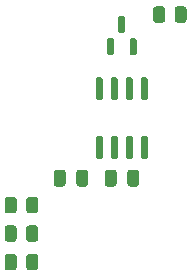
<source format=gtp>
G04 #@! TF.GenerationSoftware,KiCad,Pcbnew,6.0.10-86aedd382b~118~ubuntu18.04.1*
G04 #@! TF.CreationDate,2025-04-04T15:15:07-06:00*
G04 #@! TF.ProjectId,mss-xcade-can,6d73732d-7863-4616-9465-2d63616e2e6b,rev?*
G04 #@! TF.SameCoordinates,Original*
G04 #@! TF.FileFunction,Paste,Top*
G04 #@! TF.FilePolarity,Positive*
%FSLAX46Y46*%
G04 Gerber Fmt 4.6, Leading zero omitted, Abs format (unit mm)*
G04 Created by KiCad (PCBNEW 6.0.10-86aedd382b~118~ubuntu18.04.1) date 2025-04-04 15:15:07*
%MOMM*%
%LPD*%
G01*
G04 APERTURE LIST*
G04 APERTURE END LIST*
G36*
G01*
X88735000Y-128167000D02*
X88435000Y-128167000D01*
G75*
G02*
X88285000Y-128017000I0J150000D01*
G01*
X88285000Y-126842000D01*
G75*
G02*
X88435000Y-126692000I150000J0D01*
G01*
X88735000Y-126692000D01*
G75*
G02*
X88885000Y-126842000I0J-150000D01*
G01*
X88885000Y-128017000D01*
G75*
G02*
X88735000Y-128167000I-150000J0D01*
G01*
G37*
G36*
G01*
X90635000Y-128167000D02*
X90335000Y-128167000D01*
G75*
G02*
X90185000Y-128017000I0J150000D01*
G01*
X90185000Y-126842000D01*
G75*
G02*
X90335000Y-126692000I150000J0D01*
G01*
X90635000Y-126692000D01*
G75*
G02*
X90785000Y-126842000I0J-150000D01*
G01*
X90785000Y-128017000D01*
G75*
G02*
X90635000Y-128167000I-150000J0D01*
G01*
G37*
G36*
G01*
X89685000Y-126292000D02*
X89385000Y-126292000D01*
G75*
G02*
X89235000Y-126142000I0J150000D01*
G01*
X89235000Y-124967000D01*
G75*
G02*
X89385000Y-124817000I150000J0D01*
G01*
X89685000Y-124817000D01*
G75*
G02*
X89835000Y-124967000I0J-150000D01*
G01*
X89835000Y-126142000D01*
G75*
G02*
X89685000Y-126292000I-150000J0D01*
G01*
G37*
G36*
G01*
X79601000Y-141293000D02*
X79601000Y-140393000D01*
G75*
G02*
X79851000Y-140143000I250000J0D01*
G01*
X80376000Y-140143000D01*
G75*
G02*
X80626000Y-140393000I0J-250000D01*
G01*
X80626000Y-141293000D01*
G75*
G02*
X80376000Y-141543000I-250000J0D01*
G01*
X79851000Y-141543000D01*
G75*
G02*
X79601000Y-141293000I0J250000D01*
G01*
G37*
G36*
G01*
X81426000Y-141293000D02*
X81426000Y-140393000D01*
G75*
G02*
X81676000Y-140143000I250000J0D01*
G01*
X82201000Y-140143000D01*
G75*
G02*
X82451000Y-140393000I0J-250000D01*
G01*
X82451000Y-141293000D01*
G75*
G02*
X82201000Y-141543000I-250000J0D01*
G01*
X81676000Y-141543000D01*
G75*
G02*
X81426000Y-141293000I0J250000D01*
G01*
G37*
G36*
G01*
X83767000Y-139032000D02*
X83767000Y-138082000D01*
G75*
G02*
X84017000Y-137832000I250000J0D01*
G01*
X84517000Y-137832000D01*
G75*
G02*
X84767000Y-138082000I0J-250000D01*
G01*
X84767000Y-139032000D01*
G75*
G02*
X84517000Y-139282000I-250000J0D01*
G01*
X84017000Y-139282000D01*
G75*
G02*
X83767000Y-139032000I0J250000D01*
G01*
G37*
G36*
G01*
X85667000Y-139032000D02*
X85667000Y-138082000D01*
G75*
G02*
X85917000Y-137832000I250000J0D01*
G01*
X86417000Y-137832000D01*
G75*
G02*
X86667000Y-138082000I0J-250000D01*
G01*
X86667000Y-139032000D01*
G75*
G02*
X86417000Y-139282000I-250000J0D01*
G01*
X85917000Y-139282000D01*
G75*
G02*
X85667000Y-139032000I0J250000D01*
G01*
G37*
G36*
G01*
X82451000Y-142806000D02*
X82451000Y-143706000D01*
G75*
G02*
X82201000Y-143956000I-250000J0D01*
G01*
X81676000Y-143956000D01*
G75*
G02*
X81426000Y-143706000I0J250000D01*
G01*
X81426000Y-142806000D01*
G75*
G02*
X81676000Y-142556000I250000J0D01*
G01*
X82201000Y-142556000D01*
G75*
G02*
X82451000Y-142806000I0J-250000D01*
G01*
G37*
G36*
G01*
X80626000Y-142806000D02*
X80626000Y-143706000D01*
G75*
G02*
X80376000Y-143956000I-250000J0D01*
G01*
X79851000Y-143956000D01*
G75*
G02*
X79601000Y-143706000I0J250000D01*
G01*
X79601000Y-142806000D01*
G75*
G02*
X79851000Y-142556000I250000J0D01*
G01*
X80376000Y-142556000D01*
G75*
G02*
X80626000Y-142806000I0J-250000D01*
G01*
G37*
G36*
G01*
X90985000Y-138082000D02*
X90985000Y-139032000D01*
G75*
G02*
X90735000Y-139282000I-250000J0D01*
G01*
X90235000Y-139282000D01*
G75*
G02*
X89985000Y-139032000I0J250000D01*
G01*
X89985000Y-138082000D01*
G75*
G02*
X90235000Y-137832000I250000J0D01*
G01*
X90735000Y-137832000D01*
G75*
G02*
X90985000Y-138082000I0J-250000D01*
G01*
G37*
G36*
G01*
X89085000Y-138082000D02*
X89085000Y-139032000D01*
G75*
G02*
X88835000Y-139282000I-250000J0D01*
G01*
X88335000Y-139282000D01*
G75*
G02*
X88085000Y-139032000I0J250000D01*
G01*
X88085000Y-138082000D01*
G75*
G02*
X88335000Y-137832000I250000J0D01*
G01*
X88835000Y-137832000D01*
G75*
G02*
X89085000Y-138082000I0J-250000D01*
G01*
G37*
G36*
G01*
X95024000Y-124264000D02*
X95024000Y-125164000D01*
G75*
G02*
X94774000Y-125414000I-250000J0D01*
G01*
X94249000Y-125414000D01*
G75*
G02*
X93999000Y-125164000I0J250000D01*
G01*
X93999000Y-124264000D01*
G75*
G02*
X94249000Y-124014000I250000J0D01*
G01*
X94774000Y-124014000D01*
G75*
G02*
X95024000Y-124264000I0J-250000D01*
G01*
G37*
G36*
G01*
X93199000Y-124264000D02*
X93199000Y-125164000D01*
G75*
G02*
X92949000Y-125414000I-250000J0D01*
G01*
X92424000Y-125414000D01*
G75*
G02*
X92174000Y-125164000I0J250000D01*
G01*
X92174000Y-124264000D01*
G75*
G02*
X92424000Y-124014000I250000J0D01*
G01*
X92949000Y-124014000D01*
G75*
G02*
X93199000Y-124264000I0J-250000D01*
G01*
G37*
G36*
G01*
X79601000Y-146119000D02*
X79601000Y-145219000D01*
G75*
G02*
X79851000Y-144969000I250000J0D01*
G01*
X80376000Y-144969000D01*
G75*
G02*
X80626000Y-145219000I0J-250000D01*
G01*
X80626000Y-146119000D01*
G75*
G02*
X80376000Y-146369000I-250000J0D01*
G01*
X79851000Y-146369000D01*
G75*
G02*
X79601000Y-146119000I0J250000D01*
G01*
G37*
G36*
G01*
X81426000Y-146119000D02*
X81426000Y-145219000D01*
G75*
G02*
X81676000Y-144969000I250000J0D01*
G01*
X82201000Y-144969000D01*
G75*
G02*
X82451000Y-145219000I0J-250000D01*
G01*
X82451000Y-146119000D01*
G75*
G02*
X82201000Y-146369000I-250000J0D01*
G01*
X81676000Y-146369000D01*
G75*
G02*
X81426000Y-146119000I0J250000D01*
G01*
G37*
G36*
G01*
X87780000Y-136927000D02*
X87480000Y-136927000D01*
G75*
G02*
X87330000Y-136777000I0J150000D01*
G01*
X87330000Y-135127000D01*
G75*
G02*
X87480000Y-134977000I150000J0D01*
G01*
X87780000Y-134977000D01*
G75*
G02*
X87930000Y-135127000I0J-150000D01*
G01*
X87930000Y-136777000D01*
G75*
G02*
X87780000Y-136927000I-150000J0D01*
G01*
G37*
G36*
G01*
X89050000Y-136927000D02*
X88750000Y-136927000D01*
G75*
G02*
X88600000Y-136777000I0J150000D01*
G01*
X88600000Y-135127000D01*
G75*
G02*
X88750000Y-134977000I150000J0D01*
G01*
X89050000Y-134977000D01*
G75*
G02*
X89200000Y-135127000I0J-150000D01*
G01*
X89200000Y-136777000D01*
G75*
G02*
X89050000Y-136927000I-150000J0D01*
G01*
G37*
G36*
G01*
X90320000Y-136927000D02*
X90020000Y-136927000D01*
G75*
G02*
X89870000Y-136777000I0J150000D01*
G01*
X89870000Y-135127000D01*
G75*
G02*
X90020000Y-134977000I150000J0D01*
G01*
X90320000Y-134977000D01*
G75*
G02*
X90470000Y-135127000I0J-150000D01*
G01*
X90470000Y-136777000D01*
G75*
G02*
X90320000Y-136927000I-150000J0D01*
G01*
G37*
G36*
G01*
X91590000Y-136927000D02*
X91290000Y-136927000D01*
G75*
G02*
X91140000Y-136777000I0J150000D01*
G01*
X91140000Y-135127000D01*
G75*
G02*
X91290000Y-134977000I150000J0D01*
G01*
X91590000Y-134977000D01*
G75*
G02*
X91740000Y-135127000I0J-150000D01*
G01*
X91740000Y-136777000D01*
G75*
G02*
X91590000Y-136927000I-150000J0D01*
G01*
G37*
G36*
G01*
X91590000Y-131977000D02*
X91290000Y-131977000D01*
G75*
G02*
X91140000Y-131827000I0J150000D01*
G01*
X91140000Y-130177000D01*
G75*
G02*
X91290000Y-130027000I150000J0D01*
G01*
X91590000Y-130027000D01*
G75*
G02*
X91740000Y-130177000I0J-150000D01*
G01*
X91740000Y-131827000D01*
G75*
G02*
X91590000Y-131977000I-150000J0D01*
G01*
G37*
G36*
G01*
X90320000Y-131977000D02*
X90020000Y-131977000D01*
G75*
G02*
X89870000Y-131827000I0J150000D01*
G01*
X89870000Y-130177000D01*
G75*
G02*
X90020000Y-130027000I150000J0D01*
G01*
X90320000Y-130027000D01*
G75*
G02*
X90470000Y-130177000I0J-150000D01*
G01*
X90470000Y-131827000D01*
G75*
G02*
X90320000Y-131977000I-150000J0D01*
G01*
G37*
G36*
G01*
X89050000Y-131977000D02*
X88750000Y-131977000D01*
G75*
G02*
X88600000Y-131827000I0J150000D01*
G01*
X88600000Y-130177000D01*
G75*
G02*
X88750000Y-130027000I150000J0D01*
G01*
X89050000Y-130027000D01*
G75*
G02*
X89200000Y-130177000I0J-150000D01*
G01*
X89200000Y-131827000D01*
G75*
G02*
X89050000Y-131977000I-150000J0D01*
G01*
G37*
G36*
G01*
X87780000Y-131977000D02*
X87480000Y-131977000D01*
G75*
G02*
X87330000Y-131827000I0J150000D01*
G01*
X87330000Y-130177000D01*
G75*
G02*
X87480000Y-130027000I150000J0D01*
G01*
X87780000Y-130027000D01*
G75*
G02*
X87930000Y-130177000I0J-150000D01*
G01*
X87930000Y-131827000D01*
G75*
G02*
X87780000Y-131977000I-150000J0D01*
G01*
G37*
M02*

</source>
